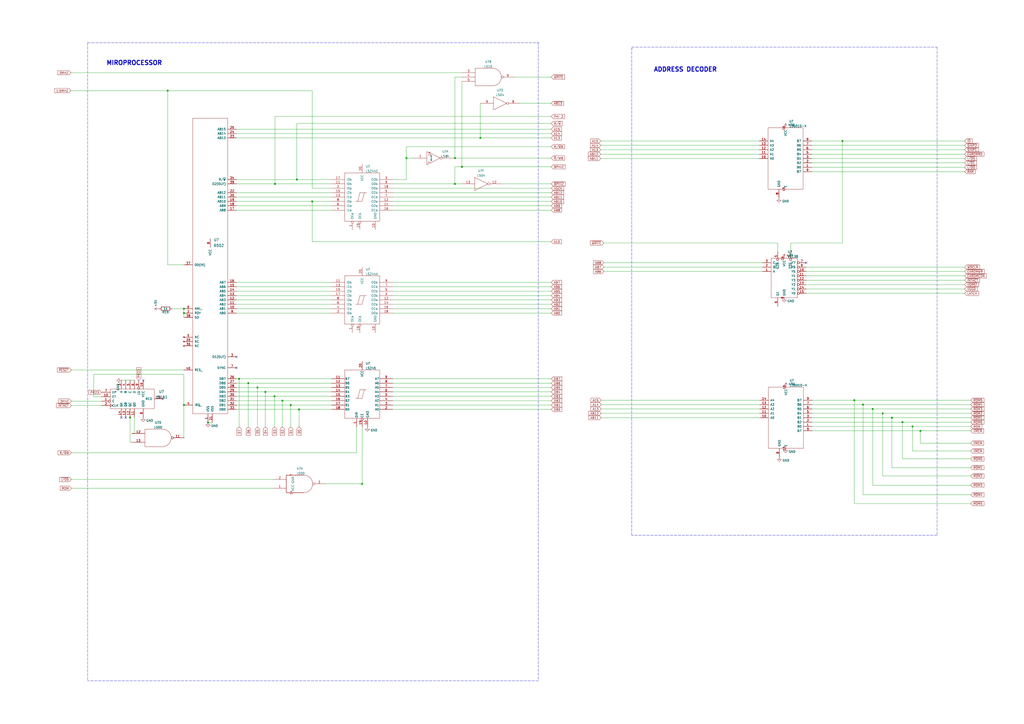
<source format=kicad_sch>
(kicad_sch (version 20211123) (generator eeschema)
  (paper "A2")
  (lib_symbols
    (symbol "136010-X_1" (pin_names (offset 1.016))
      (property "Reference" "U" (at 0 1.27 0))
      (property "Value" "136010-X_1" (at 0 -1.27 0))
      (symbol "136010-X_1_1_1"
        (rectangle (start -10.16 17.78) (end 10.16 -17.78))
        (pin bidirectional line (at 15.24 -5.08 180) (length 5.08) (name "B0") (number "1"))
        (pin input line (at -15.24 0 0) (length 5.08) (name "A0") (number "10"))
        (pin input line (at -15.24 2.54 0) (length 5.08) (name "A1") (number "11"))
        (pin input line (at -15.24 5.08 0) (length 5.08) (name "A2") (number "12"))
        (pin input line (at -15.24 7.62 0) (length 5.08) (name "A3") (number "13"))
        (pin input line (at -15.24 10.16 0) (length 5.08) (name "A4") (number "14"))
        (pin bidirectional line (at 0 -17.78 90) (length 0) (name "E") (number "15"))
        (pin power_in line (at 0 17.78 270) (length 0) (name "VCC") (number "16"))
        (pin bidirectional line (at 15.24 -2.54 180) (length 5.08) (name "B2") (number "2"))
        (pin bidirectional line (at 15.24 0 180) (length 5.08) (name "B1") (number "3"))
        (pin bidirectional line (at 15.24 2.54 180) (length 5.08) (name "B4") (number "5"))
        (pin bidirectional line (at 15.24 5.08 180) (length 5.08) (name "B5") (number "6"))
        (pin bidirectional line (at 15.24 7.62 180) (length 5.08) (name "B6") (number "7"))
        (pin power_in line (at -3.81 -22.86 90) (length 5.08) (name "GND") (number "8"))
        (pin bidirectional line (at 15.24 -7.62 180) (length 5.08) (name "B7") (number "9"))
        (pin bidirectional line (at 15.24 10.16 180) (length 5.08) (name "B7") (number "9"))
      )
    )
    (symbol "Asteroids:LS00" (pin_names (offset 0.762))
      (property "Reference" "U" (at 1.27 1.27 0))
      (property "Value" "LS00" (at 1.27 -2.54 0))
      (symbol "LS00_0_1"
        (polyline (pts (xy 2.54 5.08) (xy -7.62 5.08) (xy -7.62 -5.08) (xy 2.54 -5.08)))
        (arc (start 2.54 -5.08) (mid 7.62 0) (end 2.54 5.08))
      )
      (symbol "LS00_0_2"
        (arc (start -7.62 -5.08) (mid -5.2253 0) (end -7.62 5.08))
        (arc (start 0 -5.08) (mid 4.5382 -3.6323) (end 7.62 0))
        (polyline (pts (xy -7.62 -5.08) (xy 0 -5.08)))
        (polyline (pts (xy -7.62 5.08) (xy 0 5.08)))
        (arc (start 7.62 0) (mid 4.5325 3.6238) (end 0 5.08))
      )
      (symbol "LS00_1_0"
        (pin power_in line (at -3.81 5.08 270) (length 0) (name "VCC") (number "14"))
        (pin power_in line (at -3.81 -5.08 90) (length 0) (name "GND") (number "7"))
      )
      (symbol "LS00_1_1"
        (polyline (pts (xy 2.54 5.08) (xy -7.62 5.08) (xy -7.62 -5.08) (xy 2.54 -5.08)))
        (pin input line (at -15.24 2.54 0) (length 7.62) (name "~") (number "1"))
        (pin input line (at -15.24 -2.54 0) (length 7.62) (name "~") (number "2"))
        (pin output inverted (at 15.24 0 180) (length 7.62) (name "~") (number "3"))
      )
      (symbol "LS00_1_2"
        (pin input inverted (at -15.24 2.54 0) (length 9.398) (name "~") (number "1"))
        (pin input inverted (at -15.24 -2.54 0) (length 9.398) (name "~") (number "2"))
        (pin output line (at 15.24 0 180) (length 7.62) (name "~") (number "3"))
      )
      (symbol "LS00_2_1"
        (pin input line (at -15.24 2.54 0) (length 7.62) (name "~") (number "4"))
        (pin input line (at -15.24 -2.54 0) (length 7.62) (name "~") (number "5"))
        (pin output inverted (at 15.24 0 180) (length 7.62) (name "~") (number "6"))
      )
      (symbol "LS00_2_2"
        (pin input inverted (at -15.24 2.54 0) (length 9.398) (name "~") (number "4"))
        (pin input inverted (at -15.24 -2.54 0) (length 9.398) (name "~") (number "5"))
        (pin output line (at 15.24 0 180) (length 7.62) (name "~") (number "6"))
      )
      (symbol "LS00_3_1"
        (pin input line (at -15.24 -2.54 0) (length 7.62) (name "~") (number "10"))
        (pin output inverted (at 15.24 0 180) (length 7.62) (name "~") (number "8"))
        (pin input line (at -15.24 2.54 0) (length 7.62) (name "~") (number "9"))
      )
      (symbol "LS00_3_2"
        (pin input inverted (at -15.24 -2.54 0) (length 9.398) (name "~") (number "10"))
        (pin output line (at 15.24 0 180) (length 7.62) (name "~") (number "8"))
        (pin input inverted (at -15.24 2.54 0) (length 9.398) (name "~") (number "9"))
      )
      (symbol "LS00_4_1"
        (pin output inverted (at 15.24 0 180) (length 7.62) (name "~") (number "11"))
        (pin input line (at -15.24 2.54 0) (length 7.62) (name "~") (number "12"))
        (pin input line (at -15.24 -2.54 0) (length 7.62) (name "~") (number "13"))
      )
      (symbol "LS00_4_2"
        (pin output line (at 15.24 0 180) (length 7.62) (name "~") (number "11"))
        (pin input inverted (at -15.24 2.54 0) (length 9.398) (name "~") (number "12"))
        (pin input inverted (at -15.24 -2.54 0) (length 9.398) (name "~") (number "13"))
      )
    )
    (symbol "Asteroids:LS04" (pin_names (offset 0.762))
      (property "Reference" "U" (at 4.445 2.54 0))
      (property "Value" "LS04" (at 5.08 -2.54 0))
      (symbol "LS04_0_0"
        (polyline (pts (xy -3.81 3.81) (xy -3.81 -3.81) (xy 3.81 0) (xy -3.81 3.81)))
      )
      (symbol "LS04_1_0"
        (pin power_in line (at -1.27 2.54 270) (length 0) (name "VCC") (number "14"))
        (pin power_in line (at -1.27 -2.54 90) (length 0) (name "GND") (number "7"))
      )
      (symbol "LS04_1_1"
        (pin input line (at -11.43 0 0) (length 7.62) (name "~") (number "1"))
        (pin output inverted (at 11.43 0 180) (length 7.62) (name "~") (number "2"))
      )
      (symbol "LS04_1_2"
        (pin input inverted (at -11.43 0 0) (length 7.62) (name "~") (number "1"))
        (pin output line (at 11.43 0 180) (length 7.62) (name "~") (number "2"))
      )
      (symbol "LS04_2_1"
        (pin input line (at -11.43 0 0) (length 7.62) (name "~") (number "3"))
        (pin output inverted (at 11.43 0 180) (length 7.62) (name "~") (number "4"))
      )
      (symbol "LS04_2_2"
        (pin input inverted (at -11.43 0 0) (length 7.62) (name "~") (number "3"))
        (pin output line (at 11.43 0 180) (length 7.62) (name "~") (number "4"))
      )
      (symbol "LS04_3_1"
        (pin input line (at -11.43 0 0) (length 7.62) (name "~") (number "5"))
        (pin output inverted (at 11.43 0 180) (length 7.62) (name "~") (number "6"))
      )
      (symbol "LS04_3_2"
        (pin input inverted (at -11.43 0 0) (length 7.62) (name "~") (number "5"))
        (pin output line (at 11.43 0 180) (length 7.62) (name "~") (number "6"))
      )
      (symbol "LS04_4_1"
        (pin output inverted (at 11.43 0 180) (length 7.62) (name "~") (number "8"))
        (pin input line (at -11.43 0 0) (length 7.62) (name "~") (number "9"))
      )
      (symbol "LS04_4_2"
        (pin output line (at 11.43 0 180) (length 7.62) (name "~") (number "8"))
        (pin input inverted (at -11.43 0 0) (length 7.62) (name "~") (number "9"))
      )
      (symbol "LS04_5_1"
        (pin output inverted (at 11.43 0 180) (length 7.62) (name "~") (number "10"))
        (pin input line (at -11.43 0 0) (length 7.62) (name "~") (number "11"))
      )
      (symbol "LS04_5_2"
        (pin output line (at 11.43 0 180) (length 7.62) (name "~") (number "10"))
        (pin input inverted (at -11.43 0 0) (length 7.62) (name "~") (number "11"))
      )
      (symbol "LS04_6_1"
        (pin output inverted (at 11.43 0 180) (length 7.62) (name "~") (number "12"))
        (pin input line (at -11.43 0 0) (length 7.62) (name "~") (number "13"))
      )
      (symbol "LS04_6_2"
        (pin output line (at 11.43 0 180) (length 7.62) (name "~") (number "12"))
        (pin input inverted (at -11.43 0 0) (length 7.62) (name "~") (number "13"))
      )
    )
    (symbol "Asteroids:LS161" (pin_names (offset 1.016))
      (property "Reference" "U" (at 0 1.905 0))
      (property "Value" "LS161" (at 0 -0.635 0))
      (symbol "LS161_0_1"
        (rectangle (start -11.43 5.715) (end 13.97 -5.715))
      )
      (symbol "LS161_1_1"
        (pin input inverted (at -16.51 -1.27 0) (length 5.08) (name "C") (number "1"))
        (pin input line (at -16.51 1.27 0) (length 5.08) (name "ET") (number "10"))
        (pin output line (at 2.54 -10.795 90) (length 5.08) (name "QD") (number "11"))
        (pin output line (at 0 -10.795 90) (length 5.08) (name "QC") (number "12"))
        (pin output line (at -2.54 -10.795 90) (length 5.08) (name "QB") (number "13"))
        (pin output line (at -5.08 -10.795 90) (length 5.08) (name "QA") (number "14"))
        (pin output line (at 19.05 0 180) (length 5.08) (name "RCO") (number "15"))
        (pin power_in line (at 7.62 10.795 270) (length 5.08) (name "VCC") (number "16"))
        (pin input clock (at -16.51 -3.81 0) (length 5.08) (name "CLK") (number "2"))
        (pin input line (at -5.08 10.795 270) (length 5.08) (name "A") (number "3"))
        (pin input line (at -2.54 10.795 270) (length 5.08) (name "B") (number "4"))
        (pin input line (at 0 10.795 270) (length 5.08) (name "C") (number "5"))
        (pin input line (at 2.54 10.795 270) (length 5.08) (name "D") (number "6"))
        (pin input line (at -16.51 3.81 0) (length 5.08) (name "EP") (number "7"))
        (pin power_in line (at 7.62 -10.795 90) (length 5.08) (name "GND") (number "8"))
        (pin input inverted (at 5.08 10.795 270) (length 5.08) (name "LD") (number "9"))
      )
    )
    (symbol "Device:R" (pin_numbers hide) (pin_names (offset 0))
      (property "Reference" "R" (at 2.032 0 90))
      (property "Value" "R" (at 0 0 90))
      (symbol "R_0_1"
        (rectangle (start -1.016 -2.54) (end 1.016 2.54) (stroke (width 0.254)))
      )
      (symbol "R_1_1"
        (pin passive line (at 0 3.81 270) (length 1.27) (name "~") (number "1"))
        (pin passive line (at 0 -3.81 90) (length 1.27) (name "~") (number "2"))
      )
    )
    (symbol "atari_grav_bw:136010-X" (pin_names (offset 1.016))
      (property "Reference" "U" (at 0 1.27 0))
      (property "Value" "136010-X" (at 0 -1.27 0))
      (symbol "136010-X_1_1"
        (rectangle (start -10.16 17.78) (end 10.16 -17.78))
        (pin bidirectional line (at 15.24 -5.08 180) (length 5.08) (name "B0") (number "1"))
        (pin input line (at -15.24 0 0) (length 5.08) (name "A0") (number "10"))
        (pin input line (at -15.24 2.54 0) (length 5.08) (name "A1") (number "11"))
        (pin input line (at -15.24 5.08 0) (length 5.08) (name "A2") (number "12"))
        (pin input line (at -15.24 7.62 0) (length 5.08) (name "A3") (number "13"))
        (pin input line (at -15.24 10.16 0) (length 5.08) (name "A4") (number "14"))
        (pin bidirectional line (at 0 -17.78 90) (length 0) (name "E") (number "15"))
        (pin power_in line (at 0 17.78 270) (length 0) (name "VCC") (number "16"))
        (pin bidirectional line (at 15.24 -2.54 180) (length 5.08) (name "B2") (number "2"))
        (pin bidirectional line (at 15.24 0 180) (length 5.08) (name "B1") (number "3"))
        (pin bidirectional line (at 15.24 2.54 180) (length 5.08) (name "B4") (number "5"))
        (pin bidirectional line (at 15.24 5.08 180) (length 5.08) (name "B5") (number "6"))
        (pin bidirectional line (at 15.24 7.62 180) (length 5.08) (name "B6") (number "7"))
        (pin power_in line (at -3.81 -22.86 90) (length 5.08) (name "GND") (number "8"))
        (pin bidirectional line (at 15.24 -7.62 180) (length 5.08) (name "B7") (number "9"))
        (pin bidirectional line (at 15.24 10.16 180) (length 5.08) (name "B7") (number "9"))
      )
    )
    (symbol "atari_grav_bw:6502" (pin_names (offset 1.016))
      (property "Reference" "U?" (at 2.0194 52.6639 0))
      (property "Value" "6502" (at 2.0194 49.3849 0))
      (symbol "6502_0_1"
        (rectangle (start -10.16 123.19) (end 10.16 -48.26))
      )
      (symbol "6502_1_1"
        (pin power_in line (at -1.27 -53.34 90) (length 5.08) (name "VSS") (number "1"))
        (pin output line (at 15.24 12.7 180) (length 5.08) (name "AB1") (number "10"))
        (pin output line (at 15.24 15.24 180) (length 5.08) (name "AB2") (number "11"))
        (pin output line (at 15.24 17.78 180) (length 5.08) (name "AB3") (number "12"))
        (pin output line (at 15.24 20.32 180) (length 5.08) (name "AB4") (number "13"))
        (pin output line (at 15.24 22.86 180) (length 5.08) (name "AB5") (number "14"))
        (pin output line (at 15.24 25.4 180) (length 5.08) (name "AB6") (number "15"))
        (pin output line (at 15.24 27.94 180) (length 5.08) (name "AB7") (number "16"))
        (pin output line (at 15.24 69.85 180) (length 5.08) (name "AB8") (number "17"))
        (pin output line (at 15.24 72.39 180) (length 5.08) (name "AB9") (number "18"))
        (pin output line (at 15.24 74.93 180) (length 5.08) (name "AB10") (number "19"))
        (pin input line (at -15.24 10.16 0) (length 5.08) (name "RDY") (number "2"))
        (pin output line (at 15.24 77.47 180) (length 5.08) (name "AB11") (number "20"))
        (pin power_in line (at 1.27 -53.34 90) (length 5.08) (name "VSS") (number "21"))
        (pin output line (at 15.24 80.01 180) (length 5.08) (name "AB12") (number "22"))
        (pin output line (at 15.24 111.76 180) (length 5.08) (name "AB13") (number "23"))
        (pin output line (at 15.24 114.3 180) (length 5.08) (name "AB14") (number "24"))
        (pin output line (at 15.24 116.84 180) (length 5.08) (name "AB15") (number "25"))
        (pin bidirectional line (at 15.24 -27.94 180) (length 5.08) (name "DB7") (number "26"))
        (pin bidirectional line (at 15.24 -30.48 180) (length 5.08) (name "DB6") (number "27"))
        (pin bidirectional line (at 15.24 -33.02 180) (length 5.08) (name "DB5") (number "28"))
        (pin bidirectional line (at 15.24 -35.56 180) (length 5.08) (name "DB4") (number "29"))
        (pin output line (at 15.24 -15.24 180) (length 5.08) (name "O1(OUT)") (number "3"))
        (pin bidirectional line (at 15.24 -38.1 180) (length 5.08) (name "DB3") (number "30"))
        (pin bidirectional line (at 15.24 -40.64 180) (length 5.08) (name "DB2") (number "31"))
        (pin bidirectional line (at 15.24 -43.18 180) (length 5.08) (name "DB1") (number "32"))
        (pin bidirectional line (at 15.24 -45.72 180) (length 5.08) (name "DB0") (number "33"))
        (pin output line (at 15.24 87.63 180) (length 5.08) (name "R/~{W}") (number "34"))
        (pin no_connect line (at -15.24 -6.35 0) (length 5.08) (name "NC") (number "35"))
        (pin no_connect line (at -15.24 -8.89 0) (length 5.08) (name "NC") (number "36"))
        (pin input line (at -15.24 38.1 0) (length 5.08) (name "O0(IN)") (number "37"))
        (pin input line (at -15.24 7.62 0) (length 5.08) (name "SO") (number "38"))
        (pin output line (at 15.24 85.09 180) (length 5.08) (name "O2(OUT)") (number "39"))
        (pin input line (at -15.24 -43.18 0) (length 5.08) (name "IRQ_") (number "4"))
        (pin input line (at -15.24 -22.86 0) (length 5.08) (name "RES_") (number "40"))
        (pin no_connect line (at -15.24 -3.81 0) (length 5.08) (name "NC") (number "5"))
        (pin input line (at -15.24 12.7 0) (length 5.08) (name "NMI_") (number "6"))
        (pin output line (at 15.24 -21.59 180) (length 5.08) (name "SYNC") (number "7"))
        (pin power_in line (at 0 53.34 270) (length 5.08) (name "VCC") (number "8"))
        (pin output line (at 15.24 10.16 180) (length 5.08) (name "AB0") (number "9"))
      )
    )
    (symbol "atari_grav_bw:LS04" (pin_names (offset 0.762))
      (property "Reference" "U" (at 4.445 2.54 0))
      (property "Value" "LS04" (at 5.08 -2.54 0))
      (symbol "LS04_0_0"
        (polyline (pts (xy -3.81 3.81) (xy -3.81 -3.81) (xy 3.81 0) (xy -3.81 3.81)))
      )
      (symbol "LS04_1_0"
        (pin power_in line (at -1.27 2.54 270) (length 0) (name "VCC") (number "14"))
        (pin power_in line (at -1.27 -2.54 90) (length 0) (name "GND") (number "7"))
      )
      (symbol "LS04_1_1"
        (pin input line (at -11.43 0 0) (length 7.62) (name "~") (number "1"))
        (pin output inverted (at 11.43 0 180) (length 7.62) (name "~") (number "2"))
      )
      (symbol "LS04_1_2"
        (pin input inverted (at -11.43 0 0) (length 7.62) (name "~") (number "1"))
        (pin output line (at 11.43 0 180) (length 7.62) (name "~") (number "2"))
      )
      (symbol "LS04_2_1"
        (pin input line (at -11.43 0 0) (length 7.62) (name "~") (number "3"))
        (pin output inverted (at 11.43 0 180) (length 7.62) (name "~") (number "4"))
      )
      (symbol "LS04_2_2"
        (pin input inverted (at -11.43 0 0) (length 7.62) (name "~") (number "3"))
        (pin output line (at 11.43 0 180) (length 7.62) (name "~") (number "4"))
      )
      (symbol "LS04_3_1"
        (pin input line (at -11.43 0 0) (length 7.62) (name "~") (number "5"))
        (pin output inverted (at 11.43 0 180) (length 7.62) (name "~") (number "6"))
      )
      (symbol "LS04_3_2"
        (pin input inverted (at -11.43 0 0) (length 7.62) (name "~") (number "5"))
        (pin output line (at 11.43 0 180) (length 7.62) (name "~") (number "6"))
      )
      (symbol "LS04_4_1"
        (pin output inverted (at 11.43 0 180) (length 7.62) (name "~") (number "8"))
        (pin input line (at -11.43 0 0) (length 7.62) (name "~") (number "9"))
      )
      (symbol "LS04_4_2"
        (pin output line (at 11.43 0 180) (length 7.62) (name "~") (number "8"))
        (pin input inverted (at -11.43 0 0) (length 7.62) (name "~") (number "9"))
      )
      (symbol "LS04_5_1"
        (pin output inverted (at 11.43 0 180) (length 7.62) (name "~") (number "10"))
        (pin input line (at -11.43 0 0) (length 7.62) (name "~") (number "11"))
      )
      (symbol "LS04_5_2"
        (pin output line (at 11.43 0 180) (length 7.62) (name "~") (number "10"))
        (pin input inverted (at -11.43 0 0) (length 7.62) (name "~") (number "11"))
      )
      (symbol "LS04_6_1"
        (pin output inverted (at 11.43 0 180) (length 7.62) (name "~") (number "12"))
        (pin input line (at -11.43 0 0) (length 7.62) (name "~") (number "13"))
      )
      (symbol "LS04_6_2"
        (pin output line (at 11.43 0 180) (length 7.62) (name "~") (number "12"))
        (pin input inverted (at -11.43 0 0) (length 7.62) (name "~") (number "13"))
      )
    )
    (symbol "atari_grav_bw:LS10" (pin_names (offset 0.762))
      (property "Reference" "U" (at 0 1.27 0))
      (property "Value" "LS10" (at 0 -1.27 0))
      (symbol "LS10_0_1"
        (polyline (pts (xy 2.54 5.08) (xy -7.62 5.08) (xy -7.62 -5.08) (xy 2.54 -5.08)))
        (arc (start 2.5654 -5.0546) (mid 7.5947 0.0127) (end 2.5654 5.08))
      )
      (symbol "LS10_0_2"
        (arc (start -7.62 -5.0292) (mid -5.3094 0.0127) (end -7.62 5.0546))
        (arc (start 0 -5.0546) (mid 4.5649 -3.6437) (end 7.5946 0.0508))
        (polyline (pts (xy -7.62 -5.08) (xy 0 -5.08)))
        (polyline (pts (xy -7.62 5.08) (xy 0 5.08)))
        (arc (start 7.62 0) (mid 4.6112 3.6959) (end 0.0508 5.08))
      )
      (symbol "LS10_1_0"
        (pin power_in line (at -5.08 5.08 270) (length 0) (name "VCC") (number "14"))
        (pin power_in line (at -5.08 -5.08 90) (length 0) (name "GND") (number "7"))
      )
      (symbol "LS10_1_1"
        (pin input line (at -15.24 2.54 0) (length 7.62) (name "~") (number "1"))
        (pin output inverted (at 15.24 0 180) (length 7.62) (name "~") (number "12"))
        (pin input line (at -15.24 -2.54 0) (length 7.62) (name "~") (number "13"))
        (pin input line (at -15.24 0 0) (length 7.62) (name "~") (number "2"))
      )
      (symbol "LS10_1_2"
        (pin input inverted (at -15.24 3.81 0) (length 8.382) (name "~") (number "1"))
        (pin output line (at 15.24 0 180) (length 7.62) (name "~") (number "12"))
        (pin input inverted (at -15.24 -3.81 0) (length 8.382) (name "~") (number "13"))
        (pin input inverted (at -15.24 0 0) (length 9.906) (name "~") (number "2"))
      )
      (symbol "LS10_2_1"
        (pin input line (at -15.24 2.54 0) (length 7.62) (name "~") (number "3"))
        (pin input line (at -15.24 0 0) (length 7.62) (name "~") (number "4"))
        (pin input line (at -15.24 -2.54 0) (length 7.62) (name "~") (number "5"))
        (pin output inverted (at 15.24 0 180) (length 7.62) (name "~") (number "6"))
      )
      (symbol "LS10_2_2"
        (pin input inverted (at -15.24 3.81 0) (length 8.382) (name "~") (number "3"))
        (pin input inverted (at -15.24 0 0) (length 9.906) (name "~") (number "4"))
        (pin input inverted (at -15.24 -3.81 0) (length 8.382) (name "~") (number "5"))
        (pin output line (at 15.24 0 180) (length 7.62) (name "~") (number "6"))
      )
      (symbol "LS10_3_1"
        (pin input line (at -15.24 0 0) (length 7.62) (name "~") (number "10"))
        (pin input line (at -15.24 -2.54 0) (length 7.62) (name "~") (number "11"))
        (pin output inverted (at 15.24 0 180) (length 7.62) (name "~") (number "8"))
        (pin input line (at -15.24 2.54 0) (length 7.62) (name "~") (number "9"))
      )
      (symbol "LS10_3_2"
        (pin input inverted (at -15.24 0 0) (length 9.906) (name "~") (number "10"))
        (pin input inverted (at -15.24 -3.81 0) (length 8.382) (name "~") (number "11"))
        (pin output line (at 15.24 0 180) (length 7.62) (name "~") (number "8"))
        (pin input inverted (at -15.24 3.81 0) (length 8.382) (name "~") (number "9"))
      )
    )
    (symbol "atari_grav_bw:LS244A" (pin_names (offset 1.016))
      (property "Reference" "U" (at 0 -5.08 0))
      (property "Value" "LS244A" (at 0 -7.62 0))
      (symbol "LS244A_1_1"
        (rectangle (start -10.16 13.97) (end 10.16 -13.97))
        (polyline (pts (xy 1.27 2.54) (xy 0 -2.54) (xy -2.54 -2.54)))
        (polyline (pts (xy 2.54 2.54) (xy -1.27 2.54) (xy -2.54 -2.54) (xy -3.81 -2.54)))
        (pin input inverted (at -5.715 -19.05 90) (length 5.08) (name "OEa") (number "1"))
        (pin power_in line (at 7.62 -19.05 90) (length 5.08) (name "GND") (number "10"))
        (pin input line (at -17.78 10.16 0) (length 7.62) (name "I0b") (number "11"))
        (pin tri_state line (at 17.78 0 180) (length 7.62) (name "O3a") (number "12"))
        (pin input line (at -17.78 7.62 0) (length 7.62) (name "I1b") (number "13"))
        (pin tri_state line (at 17.78 -2.54 180) (length 7.62) (name "O2a") (number "14"))
        (pin input line (at -17.78 5.08 0) (length 7.62) (name "I2b") (number "15"))
        (pin tri_state line (at 17.78 -5.08 180) (length 7.62) (name "O1a") (number "16"))
        (pin input line (at -17.78 2.54 0) (length 7.62) (name "I3b") (number "17"))
        (pin tri_state line (at 17.78 -7.62 180) (length 7.62) (name "O0a") (number "18"))
        (pin input inverted (at -1.27 -19.05 90) (length 5.08) (name "OEb") (number "19"))
        (pin input line (at -17.78 -7.62 0) (length 7.62) (name "I0a") (number "2"))
        (pin power_in line (at 0 19.05 270) (length 5.08) (name "VCC") (number "20"))
        (pin tri_state line (at 17.78 2.54 180) (length 7.62) (name "O3b") (number "3"))
        (pin input line (at -17.78 -5.08 0) (length 7.62) (name "I1a") (number "4"))
        (pin tri_state line (at 17.78 5.08 180) (length 7.62) (name "O2b") (number "5"))
        (pin input line (at -17.78 -2.54 0) (length 7.62) (name "I2a") (number "6"))
        (pin tri_state line (at 17.78 7.62 180) (length 7.62) (name "O1b") (number "7"))
        (pin input line (at -17.78 0 0) (length 7.62) (name "I3a") (number "8"))
        (pin tri_state line (at 17.78 10.16 180) (length 7.62) (name "O0b") (number "9"))
      )
    )
    (symbol "atari_grav_bw:LS244C" (pin_names (offset 1.016))
      (property "Reference" "U" (at 0 3.81 0))
      (property "Value" "LS244C" (at 0 6.35 0))
      (symbol "LS244C_1_1"
        (rectangle (start -10.16 13.97) (end 10.16 -13.97))
        (polyline (pts (xy 1.27 2.54) (xy 0 -2.54) (xy -2.54 -2.54)))
        (polyline (pts (xy 2.54 2.54) (xy -1.27 2.54) (xy -2.54 -2.54) (xy -3.81 -2.54)))
        (pin input inverted (at -5.715 -19.05 90) (length 5.08) (name "OEa") (number "1"))
        (pin power_in line (at 7.62 -19.05 90) (length 5.08) (name "GND") (number "10"))
        (pin input line (at -17.78 7.62 0) (length 7.62) (name "I0b") (number "11"))
        (pin tri_state line (at 17.78 -2.54 180) (length 7.62) (name "O3a") (number "12"))
        (pin input line (at -17.78 0 0) (length 7.62) (name "I1b") (number "13"))
        (pin tri_state line (at 17.78 -5.08 180) (length 7.62) (name "O2a") (number "14"))
        (pin input line (at -17.78 2.54 0) (length 7.62) (name "I2b") (number "15"))
        (pin tri_state line (at 17.78 -7.62 180) (length 7.62) (name "O1a") (number "16"))
        (pin input line (at -17.78 10.16 0) (length 7.62) (name "I3b") (number "17"))
        (pin tri_state line (at 17.78 5.08 180) (length 7.62) (name "O0a") (number "18"))
        (pin input inverted (at -1.27 -19.05 90) (length 5.08) (name "OEb") (number "19"))
        (pin input line (at -17.78 5.08 0) (length 7.62) (name "I0a") (number "2"))
        (pin power_in line (at 0 19.05 270) (length 5.08) (name "VCC") (number "20"))
        (pin tri_state line (at 17.78 10.16 180) (length 7.62) (name "O3b") (number "3"))
        (pin input line (at -17.78 -7.62 0) (length 7.62) (name "I1a") (number "4"))
        (pin tri_state line (at 17.78 2.54 180) (length 7.62) (name "O2b") (number "5"))
        (pin input line (at -17.78 -5.08 0) (length 7.62) (name "I2a") (number "6"))
        (pin tri_state line (at 17.78 0 180) (length 7.62) (name "O1b") (number "7"))
        (pin input line (at -17.78 -2.54 0) (length 7.62) (name "I3a") (number "8"))
        (pin tri_state line (at 17.78 7.62 180) (length 7.62) (name "O0b") (number "9"))
      )
    )
    (symbol "atari_grav_bw:LS245" (pin_names (offset 0.254))
      (property "Reference" "U" (at -1.27 3.81 0))
      (property "Value" "LS245" (at -3.175 -3.81 0))
      (symbol "LS245_0_0"
        (pin power_in line (at 3.175 -19.05 90) (length 5.08) (name "GND") (number "10"))
        (pin power_in line (at 0 19.05 270) (length 5.08) (name "VCC") (number "20"))
      )
      (symbol "LS245_0_1"
        (rectangle (start -10.16 13.97) (end 10.16 -13.97))
        (polyline (pts (xy 1.27 2.54) (xy 0 -2.54) (xy -2.54 -2.54)))
        (polyline (pts (xy 2.54 2.54) (xy -1.27 2.54) (xy -2.54 -2.54) (xy -3.81 -2.54)))
      )
      (symbol "LS245_1_1"
        (pin input line (at -3.175 -19.05 90) (length 5.08) (name "DIR") (number "1"))
        (pin input line (at -17.78 8.89 0) (length 7.62) (name "B7") (number "11"))
        (pin input line (at -17.78 6.35 0) (length 7.62) (name "B6") (number "12"))
        (pin input line (at -17.78 3.81 0) (length 7.62) (name "B5") (number "13"))
        (pin input line (at -17.78 1.27 0) (length 7.62) (name "B4") (number "14"))
        (pin input line (at -17.78 -1.27 0) (length 7.62) (name "B3") (number "15"))
        (pin input line (at -17.78 -3.81 0) (length 7.62) (name "B2") (number "16"))
        (pin input line (at -17.78 -6.35 0) (length 7.62) (name "B1") (number "17"))
        (pin input line (at -17.78 -8.89 0) (length 7.62) (name "B0") (number "18"))
        (pin input inverted (at 0 -19.05 90) (length 5.08) (name "CE") (number "19"))
        (pin bidirectional line (at 17.78 -8.89 180) (length 7.62) (name "A0") (number "2"))
        (pin bidirectional line (at 17.78 -6.35 180) (length 7.62) (name "A1") (number "3"))
        (pin bidirectional line (at 17.78 -3.81 180) (length 7.62) (name "A2") (number "4"))
        (pin bidirectional line (at 17.78 -1.27 180) (length 7.62) (name "A3") (number "5"))
        (pin bidirectional line (at 17.78 1.27 180) (length 7.62) (name "A4") (number "6"))
        (pin bidirectional line (at 17.78 3.81 180) (length 7.62) (name "A5") (number "7"))
        (pin bidirectional line (at 17.78 6.35 180) (length 7.62) (name "A6") (number "8"))
        (pin bidirectional line (at 17.78 8.89 180) (length 7.62) (name "A7") (number "9"))
      )
    )
    (symbol "power:+5V" (power) (pin_names (offset 0))
      (property "Value" "+5V" (at 0 3.556 0))
      (symbol "+5V_0_1"
        (polyline (pts (xy -0.762 1.27) (xy 0 2.54)))
        (polyline (pts (xy 0 0) (xy 0 2.54)))
        (polyline (pts (xy 0 2.54) (xy 0.762 1.27)))
      )
      (symbol "+5V_1_1"
        (pin power_in line (at 0 0 90) (length 0) hide (name "+5V") (number "1"))
      )
    )
    (symbol "power:GND" (power) (pin_names (offset 0))
      (property "Value" "GND" (at 0 -3.81 0))
      (symbol "GND_0_1"
        (polyline (pts (xy 0 0) (xy 0 -1.27) (xy 1.27 -1.27) (xy 0 -2.54) (xy -1.27 -1.27) (xy 0 -1.27)))
      )
      (symbol "GND_1_1"
        (pin power_in line (at 0 0 270) (length 0) hide (name "GND") (number "1"))
      )
    )
    (symbol "quantum_arcade_pcb:LS138" (pin_names (offset 1.016))
      (property "Reference" "U" (at 0 -1.27 0))
      (property "Value" "LS138" (at 0 1.27 0))
      (symbol "LS138_1_1"
        (rectangle (start -7.62 11.43) (end 7.62 -11.43))
        (pin input line (at -12.7 3.81 0) (length 5.08) (name "A") (number "1"))
        (pin output inverted (at 12.7 3.81 180) (length 5.08) (name "Y5") (number "10"))
        (pin output inverted (at 12.7 1.27 180) (length 5.08) (name "Y4") (number "11"))
        (pin output inverted (at 12.7 -1.27 180) (length 5.08) (name "Y3") (number "12"))
        (pin output inverted (at 12.7 -3.81 180) (length 5.08) (name "Y2") (number "13"))
        (pin output inverted (at 12.7 -6.35 180) (length 5.08) (name "Y1") (number "14"))
        (pin output inverted (at 12.7 -8.89 180) (length 5.08) (name "Y0") (number "15"))
        (pin power_in line (at 0 11.43 270) (length 0) (name "VCC") (number "16"))
        (pin input line (at -12.7 6.35 0) (length 5.08) (name "B") (number "2"))
        (pin input line (at -12.7 8.89 0) (length 5.08) (name "C") (number "3"))
        (pin input inverted (at 3.81 15.24 270) (length 5.08) (name "~{G2A}") (number "4"))
        (pin input inverted (at -3.81 15.24 270) (length 5.08) (name "~{G2B}") (number "5"))
        (pin input line (at -3.81 -16.51 90) (length 5.08) (name "G1") (number "6"))
        (pin output inverted (at 12.7 8.89 180) (length 5.08) (name "Y7") (number "7"))
        (pin power_in line (at 0 -11.43 90) (length 0) (name "GND") (number "8"))
        (pin output inverted (at 12.7 6.35 180) (length 5.08) (name "Y6") (number "9"))
      )
    )
  )
  (junction (at 529.336 247.396))
  (junction (at 210.058 280.67))
  (junction (at 523.494 244.856))
  (junction (at 97.282 52.578))
  (junction (at 172.212 104.14))
  (junction (at 106.68 181.61))
  (junction (at 488.696 81.788))
  (junction (at 495.554 232.156))
  (junction (at 159.258 229.87))
  (junction (at 263.906 91.694))
  (junction (at 263.906 106.68))
  (junction (at 235.712 91.694))
  (junction (at 173.482 237.49))
  (junction (at 512.064 239.776))
  (junction (at 506.222 237.236))
  (junction (at 138.684 219.71))
  (junction (at 149.352 224.79))
  (junction (at 144.018 222.25))
  (junction (at 75.438 242.189))
  (junction (at 500.634 234.696))
  (junction (at 267.97 96.774))
  (junction (at 106.68 179.07))
  (junction (at 278.638 80.01))
  (junction (at 533.908 249.936))
  (junction (at 168.656 234.95))
  (junction (at 153.924 227.33))
  (junction (at 181.102 116.84))
  (junction (at 106.68 234.95))
  (junction (at 120.65 245.11))
  (junction (at 517.398 242.316))
  (junction (at 159.512 106.68))
  (junction (at 163.83 232.41))
  (no_connect (at 72.898 242.316))
  (no_connect (at 70.358 242.316))
  (no_connect (at 467.614 152.4))
  (no_connect (at 94.488 231.394))
  (no_connect (at 83.058 220.726))
  (no_connect (at 137.16 213.36))
  (no_connect (at 137.16 207.01))
  (wire (pts (xy 138.684 219.71) (xy 138.684 247.65)))
  (wire (pts (xy 523.494 244.856) (xy 523.494 266.192)))
  (wire (pts (xy 137.16 171.45) (xy 192.278 171.45)))
  (wire (pts (xy 512.064 239.776) (xy 512.064 276.098)))
  (wire (pts (xy 106.68 181.61) (xy 106.68 184.15)))
  (wire (pts (xy 70.358 220.472) (xy 77.978 220.472)))
  (wire (pts (xy 41.402 235.204) (xy 58.928 235.204)))
  (wire (pts (xy 488.696 81.788) (xy 559.562 81.788)))
  (wire (pts (xy 227.838 116.84) (xy 319.786 116.84)))
  (wire (pts (xy 506.222 237.236) (xy 563.118 237.236)))
  (wire (pts (xy 471.17 232.156) (xy 495.554 232.156)))
  (wire (pts (xy 137.16 119.38) (xy 192.278 119.38)))
  (wire (pts (xy 181.102 116.84) (xy 192.278 116.84)))
  (wire (pts (xy 470.916 91.948) (xy 559.562 91.948)))
  (wire (pts (xy 471.17 239.776) (xy 512.064 239.776)))
  (wire (pts (xy 512.064 276.098) (xy 563.118 276.098)))
  (wire (pts (xy 41.402 232.664) (xy 58.928 232.664)))
  (wire (pts (xy 440.436 84.328) (xy 348.488 84.328)))
  (wire (pts (xy 137.16 111.76) (xy 192.278 111.76)))
  (wire (pts (xy 181.102 109.22) (xy 181.102 52.578)))
  (wire (pts (xy 227.838 222.25) (xy 319.786 222.25)))
  (wire (pts (xy 137.16 173.99) (xy 192.278 173.99)))
  (wire (pts (xy 470.916 89.408) (xy 559.562 89.408)))
  (wire (pts (xy 149.352 224.79) (xy 192.278 224.79)))
  (wire (pts (xy 440.69 242.316) (xy 348.742 242.316)))
  (wire (pts (xy 172.212 104.14) (xy 192.278 104.14)))
  (wire (pts (xy 263.906 106.68) (xy 267.716 106.68)))
  (wire (pts (xy 227.838 111.76) (xy 319.786 111.76)))
  (wire (pts (xy 440.69 232.156) (xy 348.742 232.156)))
  (wire (pts (xy 41.148 52.578) (xy 97.282 52.578)))
  (wire (pts (xy 235.712 104.14) (xy 235.712 91.694)))
  (wire (pts (xy 159.258 229.87) (xy 192.278 229.87)))
  (wire (pts (xy 442.214 152.4) (xy 350.266 152.4)))
  (wire (pts (xy 188.976 280.67) (xy 210.058 280.67)))
  (wire (pts (xy 137.16 114.3) (xy 192.278 114.3)))
  (wire (pts (xy 235.712 91.694) (xy 240.03 91.694)))
  (wire (pts (xy 54.356 230.124) (xy 54.356 217.17)))
  (polyline (pts (xy 366.395 27.94) (xy 367.03 27.94)))
  (wire (pts (xy 267.97 42.164) (xy 41.148 42.164)))
  (wire (pts (xy 471.17 249.936) (xy 533.908 249.936)))
  (wire (pts (xy 278.638 59.944) (xy 278.638 80.01)))
  (wire (pts (xy 137.16 116.84) (xy 181.102 116.84)))
  (wire (pts (xy 517.398 242.316) (xy 517.398 271.272)))
  (wire (pts (xy 163.83 232.41) (xy 192.278 232.41)))
  (wire (pts (xy 153.924 227.33) (xy 192.278 227.33)))
  (wire (pts (xy 137.16 222.25) (xy 144.018 222.25)))
  (wire (pts (xy 227.838 234.95) (xy 319.786 234.95)))
  (wire (pts (xy 41.402 278.13) (xy 158.496 278.13)))
  (polyline (pts (xy 312.166 24.511) (xy 312.166 394.716)))
  (wire (pts (xy 495.554 232.156) (xy 495.554 292.1)))
  (wire (pts (xy 467.614 160.02) (xy 559.562 160.02)))
  (wire (pts (xy 227.838 163.83) (xy 319.786 163.83)))
  (wire (pts (xy 440.69 237.236) (xy 348.742 237.236)))
  (polyline (pts (xy 50.8 24.765) (xy 312.42 24.765)))
  (wire (pts (xy 227.838 179.07) (xy 319.786 179.07)))
  (wire (pts (xy 77.978 251.46) (xy 76.454 251.46)))
  (wire (pts (xy 106.68 234.95) (xy 106.68 254)))
  (wire (pts (xy 137.16 229.87) (xy 159.258 229.87)))
  (wire (pts (xy 267.97 44.704) (xy 263.906 44.704)))
  (wire (pts (xy 267.97 96.774) (xy 319.786 96.774)))
  (wire (pts (xy 159.258 229.87) (xy 159.258 247.65)))
  (polyline (pts (xy 366.395 27.305) (xy 543.56 27.305)))
  (wire (pts (xy 181.102 116.84) (xy 181.102 140.208)))
  (wire (pts (xy 263.906 44.704) (xy 263.906 91.694)))
  (wire (pts (xy 235.712 91.694) (xy 235.712 85.09)))
  (wire (pts (xy 137.16 121.92) (xy 192.278 121.92)))
  (wire (pts (xy 75.438 256.54) (xy 76.454 256.54)))
  (wire (pts (xy 440.436 81.788) (xy 348.488 81.788)))
  (wire (pts (xy 137.16 166.37) (xy 192.278 166.37)))
  (wire (pts (xy 471.17 244.856) (xy 523.494 244.856)))
  (wire (pts (xy 227.838 166.37) (xy 319.786 166.37)))
  (wire (pts (xy 159.512 67.564) (xy 319.786 67.564)))
  (wire (pts (xy 54.356 217.17) (xy 106.68 217.17)))
  (wire (pts (xy 451.104 146.05) (xy 451.104 140.97)))
  (wire (pts (xy 500.634 287.02) (xy 563.118 287.02)))
  (wire (pts (xy 138.684 219.71) (xy 192.278 219.71)))
  (wire (pts (xy 172.212 71.628) (xy 319.786 71.628)))
  (wire (pts (xy 533.908 249.936) (xy 563.118 249.936)))
  (wire (pts (xy 137.16 234.95) (xy 168.656 234.95)))
  (wire (pts (xy 210.058 280.67) (xy 210.058 280.924)))
  (wire (pts (xy 144.018 222.25) (xy 144.018 247.65)))
  (wire (pts (xy 470.916 99.568) (xy 559.562 99.568)))
  (wire (pts (xy 106.68 179.07) (xy 106.68 181.61)))
  (wire (pts (xy 58.928 230.124) (xy 54.356 230.124)))
  (wire (pts (xy 500.634 234.696) (xy 500.634 287.02)))
  (wire (pts (xy 227.838 227.33) (xy 319.786 227.33)))
  (wire (pts (xy 227.838 232.41) (xy 319.786 232.41)))
  (wire (pts (xy 137.16 181.61) (xy 192.278 181.61)))
  (wire (pts (xy 350.266 140.97) (xy 451.104 140.97)))
  (wire (pts (xy 517.398 242.316) (xy 563.118 242.316)))
  (wire (pts (xy 227.838 171.45) (xy 319.786 171.45)))
  (wire (pts (xy 137.16 176.53) (xy 192.278 176.53)))
  (wire (pts (xy 227.838 109.22) (xy 319.786 109.22)))
  (wire (pts (xy 471.17 234.696) (xy 500.634 234.696)))
  (wire (pts (xy 206.756 247.65) (xy 206.756 262.636)))
  (wire (pts (xy 153.924 227.33) (xy 153.924 247.65)))
  (polyline (pts (xy 543.56 310.515) (xy 366.395 310.515)))
  (wire (pts (xy 458.724 140.97) (xy 488.696 140.97)))
  (wire (pts (xy 137.16 106.68) (xy 159.512 106.68)))
  (wire (pts (xy 75.438 242.189) (xy 75.438 256.54)))
  (wire (pts (xy 263.906 96.774) (xy 267.97 96.774)))
  (wire (pts (xy 106.68 153.67) (xy 97.282 153.67)))
  (wire (pts (xy 137.16 168.91) (xy 192.278 168.91)))
  (wire (pts (xy 440.69 239.776) (xy 348.742 239.776)))
  (wire (pts (xy 529.336 247.396) (xy 529.336 261.62)))
  (wire (pts (xy 163.83 232.41) (xy 163.83 247.65)))
  (wire (pts (xy 227.838 119.38) (xy 319.786 119.38)))
  (wire (pts (xy 467.614 167.64) (xy 559.562 167.64)))
  (wire (pts (xy 467.614 170.18) (xy 559.562 170.18)))
  (wire (pts (xy 210.058 247.65) (xy 210.058 280.67)))
  (wire (pts (xy 206.756 262.636) (xy 41.402 262.636)))
  (wire (pts (xy 470.916 86.868) (xy 559.562 86.868)))
  (wire (pts (xy 290.576 106.68) (xy 319.786 106.68)))
  (wire (pts (xy 227.838 237.49) (xy 319.786 237.49)))
  (wire (pts (xy 227.838 224.79) (xy 319.786 224.79)))
  (wire (pts (xy 298.45 44.704) (xy 319.786 44.704)))
  (wire (pts (xy 173.482 237.49) (xy 173.482 247.65)))
  (wire (pts (xy 106.68 217.17) (xy 106.68 234.95)))
  (polyline (pts (xy 543.56 27.305) (xy 543.56 310.515)))
  (wire (pts (xy 263.906 106.68) (xy 263.906 96.774)))
  (wire (pts (xy 137.16 163.83) (xy 192.278 163.83)))
  (wire (pts (xy 106.68 254) (xy 106.934 254)))
  (wire (pts (xy 470.916 97.028) (xy 559.562 97.028)))
  (wire (pts (xy 301.498 59.944) (xy 319.786 59.944)))
  (wire (pts (xy 181.102 140.208) (xy 319.786 140.208)))
  (wire (pts (xy 137.16 219.71) (xy 138.684 219.71)))
  (wire (pts (xy 227.838 168.91) (xy 319.786 168.91)))
  (wire (pts (xy 533.908 249.936) (xy 533.908 257.048)))
  (polyline (pts (xy 50.8 24.765) (xy 50.8 394.97)))
  (wire (pts (xy 227.838 106.68) (xy 263.906 106.68)))
  (wire (pts (xy 227.838 176.53) (xy 319.786 176.53)))
  (wire (pts (xy 159.512 106.68) (xy 159.512 67.564)))
  (wire (pts (xy 137.16 104.14) (xy 172.212 104.14)))
  (wire (pts (xy 137.16 80.01) (xy 278.638 80.01)))
  (wire (pts (xy 137.16 179.07) (xy 192.278 179.07)))
  (wire (pts (xy 75.438 242.062) (xy 75.438 242.189)))
  (wire (pts (xy 440.436 86.868) (xy 348.488 86.868)))
  (wire (pts (xy 227.838 173.99) (xy 319.786 173.99)))
  (wire (pts (xy 470.916 81.788) (xy 488.696 81.788)))
  (wire (pts (xy 440.436 91.948) (xy 348.488 91.948)))
  (wire (pts (xy 168.656 234.95) (xy 192.278 234.95)))
  (wire (pts (xy 440.69 234.696) (xy 348.742 234.696)))
  (wire (pts (xy 506.222 237.236) (xy 506.222 281.432)))
  (wire (pts (xy 529.336 247.396) (xy 563.118 247.396)))
  (wire (pts (xy 262.89 91.694) (xy 263.906 91.694)))
  (wire (pts (xy 235.712 85.09) (xy 319.786 85.09)))
  (wire (pts (xy 173.482 237.49) (xy 192.278 237.49)))
  (wire (pts (xy 227.838 114.3) (xy 319.786 114.3)))
  (wire (pts (xy 467.614 165.1) (xy 559.562 165.1)))
  (wire (pts (xy 495.554 292.1) (xy 563.118 292.1)))
  (wire (pts (xy 97.282 52.578) (xy 97.282 153.67)))
  (wire (pts (xy 144.018 222.25) (xy 192.278 222.25)))
  (wire (pts (xy 172.212 104.14) (xy 172.212 71.628)))
  (wire (pts (xy 97.282 52.578) (xy 181.102 52.578)))
  (wire (pts (xy 467.614 162.56) (xy 559.562 162.56)))
  (wire (pts (xy 470.916 84.328) (xy 559.562 84.328)))
  (wire (pts (xy 471.17 237.236) (xy 506.222 237.236)))
  (wire (pts (xy 106.68 214.63) (xy 41.402 214.63)))
  (wire (pts (xy 227.838 181.61) (xy 319.786 181.61)))
  (wire (pts (xy 227.838 219.71) (xy 319.786 219.71)))
  (wire (pts (xy 533.908 257.048) (xy 563.118 257.048)))
  (wire (pts (xy 227.838 229.87) (xy 319.786 229.87)))
  (wire (pts (xy 159.512 106.68) (xy 192.278 106.68)))
  (wire (pts (xy 523.494 244.856) (xy 563.118 244.856)))
  (wire (pts (xy 467.614 157.48) (xy 559.562 157.48)))
  (wire (pts (xy 471.17 247.396) (xy 529.336 247.396)))
  (wire (pts (xy 227.838 104.14) (xy 235.712 104.14)))
  (wire (pts (xy 168.656 234.95) (xy 168.656 247.65)))
  (wire (pts (xy 517.398 271.272) (xy 563.118 271.272)))
  (wire (pts (xy 500.634 234.696) (xy 563.118 234.696)))
  (wire (pts (xy 227.838 121.92) (xy 319.786 121.92)))
  (wire (pts (xy 455.676 260.096) (xy 455.93 260.096)))
  (wire (pts (xy 106.68 179.07) (xy 99.822 179.07)))
  (wire (pts (xy 263.906 91.694) (xy 319.786 91.694)))
  (wire (pts (xy 137.16 77.47) (xy 319.786 77.47)))
  (wire (pts (xy 512.064 239.776) (xy 563.118 239.776)))
  (wire (pts (xy 77.978 242.316) (xy 77.978 251.46)))
  (wire (pts (xy 137.16 227.33) (xy 153.924 227.33)))
  (wire (pts (xy 137.16 224.79) (xy 149.352 224.79)))
  (wire (pts (xy 149.352 224.79) (xy 149.352 247.65)))
  (wire (pts (xy 442.214 157.48) (xy 350.266 157.48)))
  (polyline (pts (xy 312.42 394.97) (xy 50.8 394.97)))
  (wire (pts (xy 137.16 232.41) (xy 163.83 232.41)))
  (wire (pts (xy 278.638 80.01) (xy 319.786 80.01)))
  (wire (pts (xy 467.614 154.94) (xy 559.562 154.94)))
  (polyline (pts (xy 366.395 310.515) (xy 366.395 27.94)))
  (wire (pts (xy 470.916 94.488) (xy 559.562 94.488)))
  (wire (pts (xy 495.554 232.156) (xy 563.118 232.156)))
  (wire (pts (xy 267.97 47.244) (xy 267.97 96.774)))
  (wire (pts (xy 471.17 242.316) (xy 517.398 242.316)))
  (wire (pts (xy 442.214 154.94) (xy 350.266 154.94)))
  (wire (pts (xy 458.724 146.05) (xy 458.724 140.97)))
  (wire (pts (xy 529.336 261.62) (xy 563.118 261.62)))
  (wire (pts (xy 137.16 237.49) (xy 173.482 237.49)))
  (wire (pts (xy 192.278 109.22) (xy 181.102 109.22)))
  (wire (pts (xy 488.696 140.97) (xy 488.696 81.788)))
  (wire (pts (xy 137.16 74.93) (xy 319.786 74.93)))
  (wire (pts (xy 440.436 89.408) (xy 348.488 89.408)))
  (wire (pts (xy 120.65 245.11) (xy 123.19 245.11)))
  (wire (pts (xy 41.402 283.21) (xy 158.496 283.21)))
  (wire (pts (xy 506.222 281.432) (xy 563.118 281.432)))
  (wire (pts (xy 523.494 266.192) (xy 563.118 266.192)))
  (text "MIROPROCESSOR" (at 61.595 38.1 0) (effects (font (size 2.54 2.54) (thickness 0.508) bold) (justify left bottom)))
  (text "ADDRESS DECODER\n" (at 379.095 41.91 0) (effects (font (size 2.54 2.54) (thickness 0.508) bold) (justify left bottom)))
  (global_label "D4" (shape input) (at 153.924 247.65 270) (property "Intersheet References" "${INTERSHEET_REFS}" (effects hide)))
  (global_label "AB3" (shape input) (at 319.786 173.99 0) (property "Intersheet References" "${INTERSHEET_REFS}" (effects hide)))
  (global_label "A14" (shape input) (at 319.786 77.47 0) (property "Intersheet References" "${INTERSHEET_REFS}" (effects hide)))
  (global_label "3KHZ" (shape input) (at 41.402 232.664 180) (property "Intersheet References" "${INTERSHEET_REFS}" (effects hide)))
  (global_label "D6" (shape input) (at 144.018 247.65 270) (property "Intersheet References" "${INTERSHEET_REFS}" (effects hide)))
  (global_label "~{ROM4}" (shape input) (at 563.118 234.696 0) (property "Intersheet References" "${INTERSHEET_REFS}" (effects hide)))
  (global_label "AB5" (shape input) (at 319.786 168.91 0) (property "Intersheet References" "${INTERSHEET_REFS}" (effects hide)))
  (global_label "LATCH" (shape input) (at 559.562 170.18 0) (property "Intersheet References" "${INTERSHEET_REFS}" (effects hide)))
  (global_label "~{AB13}" (shape input) (at 319.786 59.944 0) (property "Intersheet References" "${INTERSHEET_REFS}" (effects hide)))
  (global_label "A13" (shape input) (at 348.488 86.868 180) (property "Intersheet References" "${INTERSHEET_REFS}" (effects hide)))
  (global_label "AB2" (shape input) (at 319.786 176.53 0) (property "Intersheet References" "${INTERSHEET_REFS}" (effects hide)))
  (global_label "~{ROM1}" (shape input) (at 563.118 271.272 0) (property "Intersheet References" "${INTERSHEET_REFS}" (effects hide)))
  (global_label "AB7" (shape input) (at 319.786 163.83 0) (property "Intersheet References" "${INTERSHEET_REFS}" (effects hide)))
  (global_label "D0" (shape input) (at 173.482 247.65 270) (property "Intersheet References" "${INTERSHEET_REFS}" (effects hide)))
  (global_label "D7" (shape input) (at 138.684 247.65 270) (property "Intersheet References" "${INTERSHEET_REFS}" (effects hide)))
  (global_label "~{ROM1}" (shape input) (at 563.118 242.316 0) (property "Intersheet References" "${INTERSHEET_REFS}" (effects hide)))
  (global_label "~{INTACT}" (shape input) (at 41.402 235.204 180) (property "Intersheet References" "${INTERSHEET_REFS}" (effects hide)))
  (global_label "D2" (shape input) (at 163.83 247.65 270) (property "Intersheet References" "${INTERSHEET_REFS}" (effects hide)))
  (global_label "~{INTACT}" (shape input) (at 559.562 162.56 0) (property "Intersheet References" "${INTERSHEET_REFS}" (effects hide)))
  (global_label "DB5" (shape input) (at 319.786 224.79 0) (property "Intersheet References" "${INTERSHEET_REFS}" (effects hide)))
  (global_label "3MHZ" (shape input) (at 41.148 42.164 180) (property "Intersheet References" "${INTERSHEET_REFS}" (effects hide)))
  (global_label "A15" (shape input) (at 319.786 74.93 0) (property "Intersheet References" "${INTERSHEET_REFS}" (effects hide)))
  (global_label "AB4" (shape input) (at 319.786 171.45 0) (property "Intersheet References" "${INTERSHEET_REFS}" (effects hide)))
  (global_label "AB8" (shape input) (at 350.266 152.4 180) (property "Intersheet References" "${INTERSHEET_REFS}" (effects hide)))
  (global_label "A14" (shape input) (at 348.742 234.696 180) (property "Intersheet References" "${INTERSHEET_REFS}" (effects hide)))
  (global_label "AB0" (shape input) (at 319.786 181.61 0) (property "Intersheet References" "${INTERSHEET_REFS}" (effects hide)))
  (global_label "A13" (shape input) (at 348.742 237.236 180) (property "Intersheet References" "${INTERSHEET_REFS}" (effects hide)))
  (global_label "~{ROM4}" (shape input) (at 563.118 287.02 0) (property "Intersheet References" "${INTERSHEET_REFS}" (effects hide)))
  (global_label "AB11" (shape input) (at 348.742 242.316 180) (property "Intersheet References" "${INTERSHEET_REFS}" (effects hide)))
  (global_label "PHI 2" (shape input) (at 319.786 67.564 0) (property "Intersheet References" "${INTERSHEET_REFS}" (effects hide)))
  (global_label "AB9" (shape input) (at 319.786 119.38 0) (property "Intersheet References" "${INTERSHEET_REFS}" (effects hide)))
  (global_label "A14" (shape input) (at 348.488 84.328 180) (property "Intersheet References" "${INTERSHEET_REFS}" (effects hide)))
  (global_label "A15" (shape input) (at 348.742 232.156 180) (property "Intersheet References" "${INTERSHEET_REFS}" (effects hide)))
  (global_label "PR23" (shape input) (at 80.518 220.599 90) (property "Intersheet References" "${INTERSHEET_REFS}" (effects hide)))
  (global_label "~{SINP1}" (shape input) (at 559.562 86.868 0) (property "Intersheet References" "${INTERSHEET_REFS}" (effects hide)))
  (global_label "AB6" (shape input) (at 350.266 157.48 180) (property "Intersheet References" "${INTERSHEET_REFS}" (effects hide)))
  (global_label "DB2" (shape input) (at 319.786 232.41 0) (property "Intersheet References" "${INTERSHEET_REFS}" (effects hide)))
  (global_label "VGCK" (shape input) (at 319.786 109.22 0) (property "Intersheet References" "${INTERSHEET_REFS}" (effects hide)))
  (global_label "A13" (shape input) (at 319.786 80.01 0) (property "Intersheet References" "${INTERSHEET_REFS}" (effects hide)))
  (global_label "R{slash}~{W}B" (shape input) (at 41.402 262.636 180) (property "Intersheet References" "${INTERSHEET_REFS}" (effects hide)))
  (global_label "~{I{slash}O5}" (shape input) (at 41.402 278.13 180) (property "Intersheet References" "${INTERSHEET_REFS}" (effects hide)))
  (global_label "D1" (shape input) (at 168.656 247.65 270) (property "Intersheet References" "${INTERSHEET_REFS}" (effects hide)))
  (global_label "~{VMEM}" (shape input) (at 563.118 249.936 0) (property "Intersheet References" "${INTERSHEET_REFS}" (effects hide)))
  (global_label "~{WRITE}" (shape input) (at 350.266 140.97 180) (property "Intersheet References" "${INTERSHEET_REFS}" (effects hide)))
  (global_label "~{VMEM}" (shape input) (at 563.118 257.048 0) (property "Intersheet References" "${INTERSHEET_REFS}" (effects hide)))
  (global_label "~{ROM3}" (shape input) (at 563.118 237.236 0) (property "Intersheet References" "${INTERSHEET_REFS}" (effects hide)))
  (global_label "AB1" (shape input) (at 319.786 179.07 0) (property "Intersheet References" "${INTERSHEET_REFS}" (effects hide)))
  (global_label "~{RAM}" (shape input) (at 559.562 99.568 0) (property "Intersheet References" "${INTERSHEET_REFS}" (effects hide)))
  (global_label "R{slash}~{W}" (shape input) (at 319.786 71.628 0) (property "Intersheet References" "${INTERSHEET_REFS}" (effects hide)))
  (global_label "ROM" (shape input) (at 563.118 247.396 0) (property "Intersheet References" "${INTERSHEET_REFS}" (effects hide)))
  (global_label "R{slash}~{W}B" (shape input) (at 319.786 85.09 0) (property "Intersheet References" "${INTERSHEET_REFS}" (effects hide)))
  (global_label "~{WDCLR}" (shape input) (at 559.562 154.94 0) (property "Intersheet References" "${INTERSHEET_REFS}" (effects hide)))
  (global_label "~{I{slash}O1}" (shape input) (at 559.562 94.488 0) (property "Intersheet References" "${INTERSHEET_REFS}" (effects hide)))
  (global_label "AB7" (shape input) (at 350.266 154.94 180) (property "Intersheet References" "${INTERSHEET_REFS}" (effects hide)))
  (global_label "DB6" (shape input) (at 319.786 222.25 0) (property "Intersheet References" "${INTERSHEET_REFS}" (effects hide)))
  (global_label "~{RESET}" (shape input) (at 41.402 214.63 180) (property "Intersheet References" "${INTERSHEET_REFS}" (effects hide)))
  (global_label "AB12" (shape input) (at 319.786 111.76 0) (property "Intersheet References" "${INTERSHEET_REFS}" (effects hide)))
  (global_label "~{VGRST}" (shape input) (at 559.562 165.1 0) (property "Intersheet References" "${INTERSHEET_REFS}" (effects hide)))
  (global_label "~{ROM3}" (shape input) (at 563.118 281.432 0) (property "Intersheet References" "${INTERSHEET_REFS}" (effects hide)))
  (global_label "~{ROM0}" (shape input) (at 563.118 266.192 0) (property "Intersheet References" "${INTERSHEET_REFS}" (effects hide)))
  (global_label "DB4" (shape input) (at 319.786 227.33 0) (property "Intersheet References" "${INTERSHEET_REFS}" (effects hide)))
  (global_label "D3" (shape input) (at 159.258 247.65 270) (property "Intersheet References" "${INTERSHEET_REFS}" (effects hide)))
  (global_label "DB0" (shape input) (at 319.786 237.49 0) (property "Intersheet References" "${INTERSHEET_REFS}" (effects hide)))
  (global_label "AB10" (shape input) (at 319.786 116.84 0) (property "Intersheet References" "${INTERSHEET_REFS}" (effects hide)))
  (global_label "DB7" (shape input) (at 319.786 219.71 0) (property "Intersheet References" "${INTERSHEET_REFS}" (effects hide)))
  (global_label "~{SINP2}" (shape input) (at 559.562 84.328 0) (property "Intersheet References" "${INTERSHEET_REFS}" (effects hide)))
  (global_label "AB6" (shape input) (at 319.786 166.37 0) (property "Intersheet References" "${INTERSHEET_REFS}" (effects hide)))
  (global_label "~{I{slash}O5}" (shape input) (at 559.562 91.948 0) (property "Intersheet References" "${INTERSHEET_REFS}" (effects hide)))
  (global_label "~{VMEM}" (shape input) (at 563.118 261.62 0) (property "Intersheet References" "${INTERSHEET_REFS}" (effects hide)))
  (global_label "~{EAROMRD}" (shape input) (at 559.562 89.408 0) (property "Intersheet References" "${INTERSHEET_REFS}" (effects hide)))
  (global_label "AB11" (shape input) (at 319.786 114.3 0) (property "Intersheet References" "${INTERSHEET_REFS}" (effects hide)))
  (global_label "~{WRITE}" (shape input) (at 319.786 44.704 0) (property "Intersheet References" "${INTERSHEET_REFS}" (effects hide)))
  (global_label "~{ROM2}" (shape input) (at 563.118 276.098 0) (property "Intersheet References" "${INTERSHEET_REFS}" (effects hide)))
  (global_label "~{I{slash}OO}" (shape input) (at 559.562 97.028 0) (property "Intersheet References" "${INTERSHEET_REFS}" (effects hide)))
  (global_label "AB11" (shape input) (at 348.488 91.948 180) (property "Intersheet References" "${INTERSHEET_REFS}" (effects hide)))
  (global_label "BPHI2" (shape input) (at 319.786 96.774 0) (property "Intersheet References" "${INTERSHEET_REFS}" (effects hide)))
  (global_label "~{BPHI2}" (shape input) (at 319.786 106.68 0) (property "Intersheet References" "${INTERSHEET_REFS}" (effects hide)))
  (global_label "~{ROM5}" (shape input) (at 563.118 232.156 0) (property "Intersheet References" "${INTERSHEET_REFS}" (effects hide)))
  (global_label "~{IO}" (shape input) (at 559.562 81.788 0) (property "Intersheet References" "${INTERSHEET_REFS}" (effects hide)))
  (global_label "~{ROM2}" (shape input) (at 563.118 239.776 0) (property "Intersheet References" "${INTERSHEET_REFS}" (effects hide)))
  (global_label "~{VGGO}" (shape input) (at 559.562 167.64 0) (property "Intersheet References" "${INTERSHEET_REFS}" (effects hide)))
  (global_label "AB12" (shape input) (at 348.742 239.776 180) (property "Intersheet References" "${INTERSHEET_REFS}" (effects hide)))
  (global_label "~{ROM5}" (shape input) (at 563.118 292.1 0) (property "Intersheet References" "${INTERSHEET_REFS}" (effects hide)))
  (global_label "AB12" (shape input) (at 348.488 89.408 180) (property "Intersheet References" "${INTERSHEET_REFS}" (effects hide)))
  (global_label "A10" (shape input) (at 319.786 140.208 0) (property "Intersheet References" "${INTERSHEET_REFS}" (effects hide)))
  (global_label "~{EAROMCON}" (shape input) (at 559.562 160.02 0) (property "Intersheet References" "${INTERSHEET_REFS}" (effects hide)))
  (global_label "~{EAROMWR}" (shape input) (at 559.562 157.48 0) (property "Intersheet References" "${INTERSHEET_REFS}" (effects hide)))
  (global_label "1.5MHZ" (shape input) (at 41.148 52.578 180) (property "Intersheet References" "${INTERSHEET_REFS}" (effects hide)))
  (global_label "D5" (shape input) (at 149.352 247.65 270) (property "Intersheet References" "${INTERSHEET_REFS}" (effects hide)))
  (global_label "A15" (shape input) (at 348.488 81.788 180) (property "Intersheet References" "${INTERSHEET_REFS}" (effects hide)))
  (global_label "~{ROM0}" (shape input) (at 563.118 244.856 0) (property "Intersheet References" "${INTERSHEET_REFS}" (effects hide)))
  (global_label "DB1" (shape input) (at 319.786 234.95 0) (property "Intersheet References" "${INTERSHEET_REFS}" (effects hide)))
  (global_label "AB8" (shape input) (at 319.786 121.92 0) (property "Intersheet References" "${INTERSHEET_REFS}" (effects hide)))
  (global_label "~{R}{slash}WB" (shape input) (at 319.786 91.694 0) (property "Intersheet References" "${INTERSHEET_REFS}" (effects hide)))
  (global_label "ROM" (shape input) (at 41.402 283.21 180) (property "Intersheet References" "${INTERSHEET_REFS}" (effects hide)))
  (global_label "PR23" (shape input) (at 58.928 227.584 180) (property "Intersheet References" "${INTERSHEET_REFS}" (effects hide)))
  (global_label "DB3" (shape input) (at 319.786 229.87 0) (property "Intersheet References" "${INTERSHEET_REFS}" (effects hide)))
  (symbol (lib_id "quantum_arcade_pcb:LS138") (at 454.914 161.29 0) (unit 1)
    (property "Reference" "U?" (at 456.9334 146.0205 0) (effects (justify left)))
    (property "Value" "LS138" (at 456.9334 148.7956 0) (effects (justify left)))
  )
  (symbol (lib_id "power:GND") (at 452.12 265.176 0) (unit 1)
    (property "Reference" "#PWR?" (effects hide))
    (property "Value" "GND" (at 455.93 267.081 0))
  )
  (symbol (lib_id "power:GND") (at 451.866 114.808 0) (unit 1)
    (property "Reference" "#PWR?" (effects hide))
    (property "Value" "GND" (at 455.676 116.713 0))
  )
  (symbol (lib_id "atari_grav_bw:LS04") (at 251.46 91.694 0) (unit 1)
    (property "Reference" "U?" (at 258.3127 87.8545 0))
    (property "Value" "LS04" (at 258.3127 90.6296 0))
  )
  (symbol (lib_id "atari_grav_bw:LS245") (at 210.058 228.6 0) (unit 1)
    (property "Reference" "U?" (at 212.0774 210.7905 0) (effects (justify left)))
    (property "Value" "LS245" (at 212.0774 213.5656 0) (effects (justify left)))
  )
  (symbol (lib_id "power:+5V") (at 454.914 149.86 0) (unit 1)
    (property "Reference" "#PWR?" (effects hide))
    (property "Value" "+5V" (at 458.089 147.955 0))
  )
  (symbol (lib_id "power:GND") (at 83.058 242.062 0) (unit 1)
    (property "Reference" "#PWR?" (effects hide))
    (property "Value" "GND" (at 86.868 243.967 0))
  )
  (symbol (lib_id "power:GND") (at 455.676 260.096 0) (unit 1)
    (property "Reference" "#PWR?" (effects hide))
    (property "Value" "GND" (at 459.486 262.001 0))
  )
  (symbol (lib_id "atari_grav_bw:LS10") (at 283.21 44.704 0) (unit 2)
    (property "Reference" "U?" (at 283.21 35.7845 0))
    (property "Value" "LS10" (at 283.21 38.5596 0))
  )
  (symbol (lib_id "power:+5V") (at 455.676 74.168 0) (unit 1)
    (property "Reference" "#PWR?" (effects hide))
    (property "Value" "+5V" (at 458.851 72.263 0))
  )
  (symbol (lib_id "atari_grav_bw:LS04") (at 279.146 106.68 0) (unit 6)
    (property "Reference" "U?" (at 279.146 99.0305 0))
    (property "Value" "LS04" (at 279.146 101.8056 0))
  )
  (symbol (lib_id "atari_grav_bw:6502") (at 121.92 191.77 0) (unit 1)
    (property "Reference" "U?" (at 123.9394 139.1061 0) (effects (font (size 1.524 1.524)) (justify left)))
    (property "Value" "6502" (at 123.9394 142.3851 0) (effects (font (size 1.524 1.524)) (justify left)))
  )
  (symbol (lib_id "Asteroids:LS00") (at 91.694 254 0) (unit 4)
    (property "Reference" "U?" (at 91.694 245.0805 0))
    (property "Value" "LS00" (at 91.694 247.8556 0))
  )
  (symbol (lib_id "atari_grav_bw:LS244C") (at 210.058 114.3 0) (unit 1)
    (property "Reference" "U?" (at 212.0774 96.4905 0) (effects (justify left)))
    (property "Value" "LS244C" (at 212.0774 99.2656 0) (effects (justify left)))
  )
  (symbol (lib_id "power:+5V") (at 455.93 224.536 0) (unit 1)
    (property "Reference" "#PWR?" (effects hide))
    (property "Value" "+5V" (at 459.105 222.631 0))
  )
  (symbol (lib_id "Asteroids:LS04") (at 290.068 59.944 0) (unit 4)
    (property "Reference" "U?" (at 290.068 52.2945 0))
    (property "Value" "LS04" (at 290.068 55.0696 0))
  )
  (symbol (lib_id "Asteroids:LS161") (at 75.438 231.394 0) (unit 1)
    (property "Reference" "U?" (at 93.6579 227.1044 0) (effects (font (size 1.524 1.524))))
    (property "Value" "LS161" (at 93.6579 230.3834 0) (effects (font (size 1.524 1.524))))
  )
  (symbol (lib_name "136010-X_1") (lib_id "atari_grav_bw:136010-X") (at 455.93 242.316 0) (unit 1)
    (property "Reference" "U?" (at 457.9494 220.6965 0) (effects (justify left)))
    (property "Value" "136010-X" (at 457.9494 223.4716 0) (effects (justify left)))
  )
  (symbol (lib_id "power:GND") (at 454.914 172.72 0) (unit 1)
    (property "Reference" "#PWR?" (effects hide))
    (property "Value" "GND" (at 458.724 174.625 0))
  )
  (symbol (lib_id "power:GND") (at 120.65 245.11 0) (unit 1)
    (property "Reference" "#PWR?" (effects hide))
    (property "Value" "GND" (at 124.46 247.015 0))
  )
  (symbol (lib_id "power:GND") (at 213.106 247.65 0) (unit 1)
    (property "Reference" "#PWR?" (effects hide))
    (property "Value" "GND" (at 216.916 249.555 0))
  )
  (symbol (lib_id "power:+5V") (at 92.202 179.07 90) (unit 1)
    (property "Reference" "#PWR?" (effects hide))
    (property "Value" "+5V" (at 90.297 175.895 0))
  )
  (symbol (lib_id "atari_grav_bw:LS244A") (at 210.058 173.99 0) (unit 1)
    (property "Reference" "U?" (at 212.0774 156.1805 0) (effects (justify left)))
    (property "Value" "LS244A" (at 212.0774 158.9556 0) (effects (justify left)))
  )
  (symbol (lib_id "power:GND") (at 70.358 220.726 270) (unit 1)
    (property "Reference" "#PWR?" (effects hide))
    (property "Value" "GND" (at 68.453 224.536 0))
  )
  (symbol (lib_id "Asteroids:LS00") (at 173.736 280.67 0) (mirror x) (unit 1)
    (property "Reference" "U?" (at 171.9454 271.7505 0) (effects (justify left)))
    (property "Value" "LS00" (at 171.9454 274.5256 0) (effects (justify left)))
  )
  (symbol (lib_id "atari_grav_bw:136010-X") (at 455.676 91.948 0) (unit 1)
    (property "Reference" "U?" (at 457.6954 70.3285 0) (effects (justify left)))
    (property "Value" "136010-X" (at 457.6954 73.1036 0) (effects (justify left)))
  )
  (symbol (lib_id "Device:R") (at 96.012 179.07 270) (unit 1)
    (property "Reference" "R19" (at 96.012 181.102 90))
    (property "Value" "1k" (at 96.012 179.07 90))
    (property "Footprint" "quantum_arcade_pcb:GenComp" (effects hide))
  )
)
</source>
